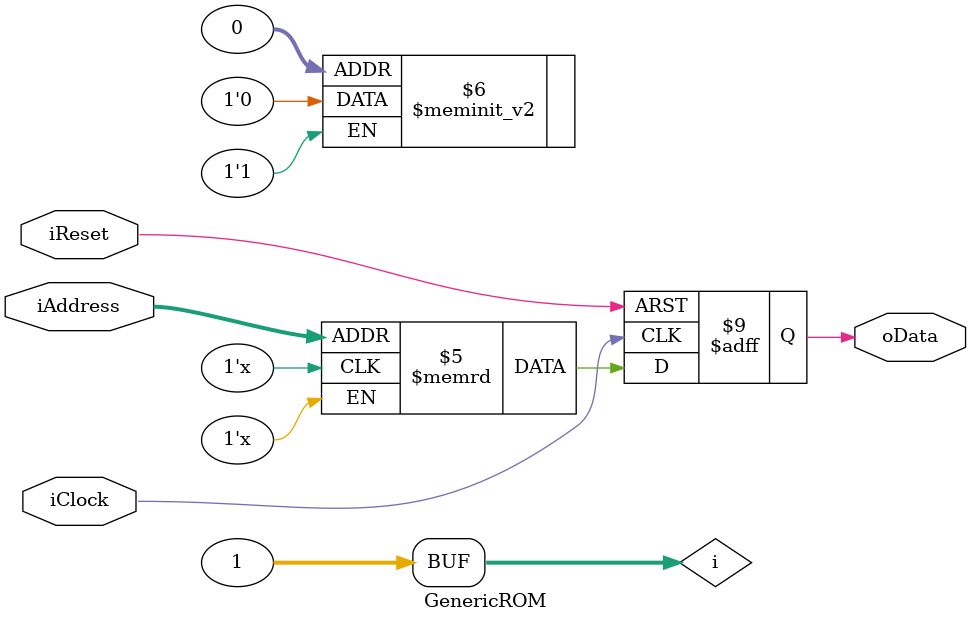
<source format=v>

module GenericROM 
(
	iClock,
	iReset,
	iAddress,
	oData
);

	parameter integer                   gAddressWidth   = 0;	// TODO: für merkwürdige Reihenfolge in Simulator
	parameter integer                   gDataWidth      = 1;
	parameter [cContentSize - 1 : 0]    gContent        = 1'b0;

	localparam                          cContentSize    = (2 ** gAddressWidth) * gDataWidth;

	input                           iClock;
	input                           iReset;
	input       [gAddressWidth-1:0] iAddress;
	output reg  [gDataWidth-1:0]    oData;

	(* rom_extract = "yes", rom_style = "block" *)
	reg [gDataWidth-1:0] aMem [2**gAddressWidth-1:0];

	integer i;
	initial begin
		for (i = 0; i < 2**gAddressWidth; i = i + 1) begin
			aMem[i] = gContent[i * gDataWidth +: gDataWidth];
		end
	end

	always @(posedge iClock or posedge iReset)
	begin
		if (iReset == 1'b1) begin
			oData <= {gDataWidth{1'b0}};
		end else begin
			oData <= aMem[iAddress];
		end
	end
endmodule

</source>
